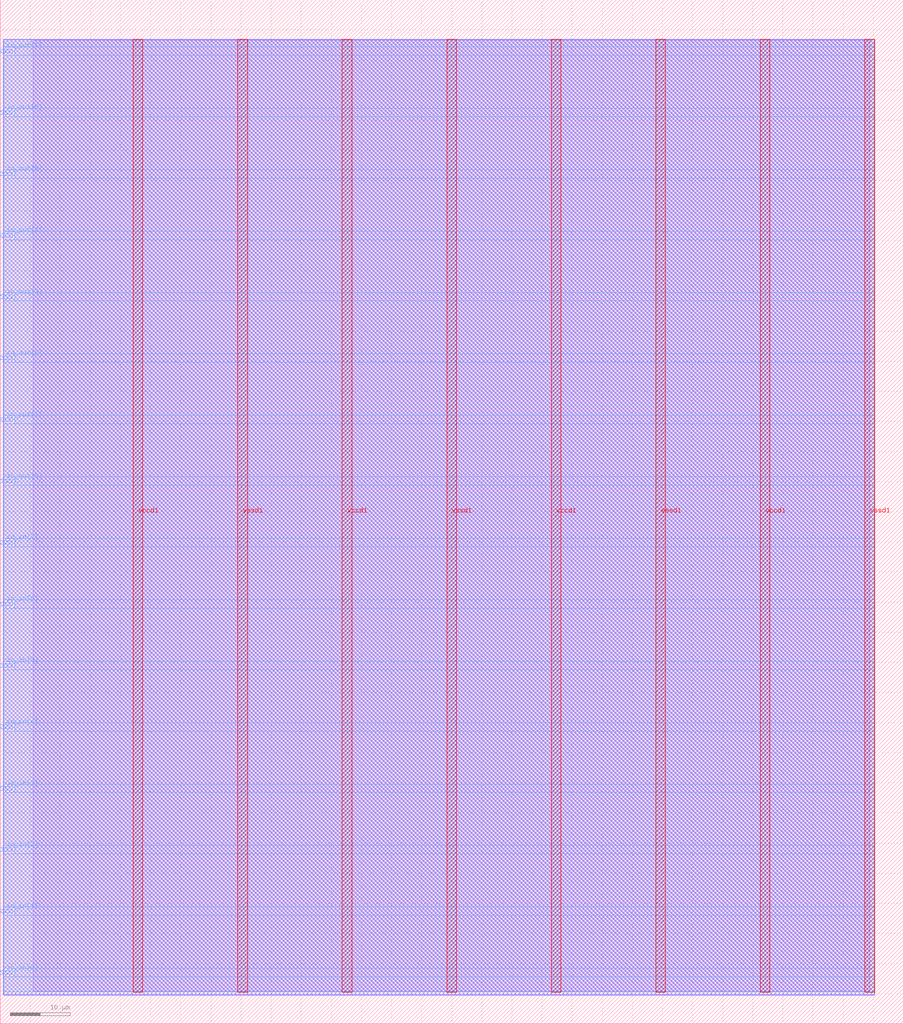
<source format=lef>
VERSION 5.7 ;
  NOWIREEXTENSIONATPIN ON ;
  DIVIDERCHAR "/" ;
  BUSBITCHARS "[]" ;
MACRO github_com_proppy_tt02_xls_counter
  CLASS BLOCK ;
  FOREIGN github_com_proppy_tt02_xls_counter ;
  ORIGIN 0.000 0.000 ;
  SIZE 150.000 BY 170.000 ;
  PIN io_in[0]
    DIRECTION INPUT ;
    USE SIGNAL ;
    PORT
      LAYER met3 ;
        RECT 0.000 8.200 2.000 8.800 ;
    END
  END io_in[0]
  PIN io_in[1]
    DIRECTION INPUT ;
    USE SIGNAL ;
    PORT
      LAYER met3 ;
        RECT 0.000 18.400 2.000 19.000 ;
    END
  END io_in[1]
  PIN io_in[2]
    DIRECTION INPUT ;
    USE SIGNAL ;
    PORT
      LAYER met3 ;
        RECT 0.000 28.600 2.000 29.200 ;
    END
  END io_in[2]
  PIN io_in[3]
    DIRECTION INPUT ;
    USE SIGNAL ;
    PORT
      LAYER met3 ;
        RECT 0.000 38.800 2.000 39.400 ;
    END
  END io_in[3]
  PIN io_in[4]
    DIRECTION INPUT ;
    USE SIGNAL ;
    PORT
      LAYER met3 ;
        RECT 0.000 49.000 2.000 49.600 ;
    END
  END io_in[4]
  PIN io_in[5]
    DIRECTION INPUT ;
    USE SIGNAL ;
    PORT
      LAYER met3 ;
        RECT 0.000 59.200 2.000 59.800 ;
    END
  END io_in[5]
  PIN io_in[6]
    DIRECTION INPUT ;
    USE SIGNAL ;
    PORT
      LAYER met3 ;
        RECT 0.000 69.400 2.000 70.000 ;
    END
  END io_in[6]
  PIN io_in[7]
    DIRECTION INPUT ;
    USE SIGNAL ;
    PORT
      LAYER met3 ;
        RECT 0.000 79.600 2.000 80.200 ;
    END
  END io_in[7]
  PIN io_out[0]
    DIRECTION OUTPUT TRISTATE ;
    USE SIGNAL ;
    PORT
      LAYER met3 ;
        RECT 0.000 89.800 2.000 90.400 ;
    END
  END io_out[0]
  PIN io_out[1]
    DIRECTION OUTPUT TRISTATE ;
    USE SIGNAL ;
    PORT
      LAYER met3 ;
        RECT 0.000 100.000 2.000 100.600 ;
    END
  END io_out[1]
  PIN io_out[2]
    DIRECTION OUTPUT TRISTATE ;
    USE SIGNAL ;
    PORT
      LAYER met3 ;
        RECT 0.000 110.200 2.000 110.800 ;
    END
  END io_out[2]
  PIN io_out[3]
    DIRECTION OUTPUT TRISTATE ;
    USE SIGNAL ;
    PORT
      LAYER met3 ;
        RECT 0.000 120.400 2.000 121.000 ;
    END
  END io_out[3]
  PIN io_out[4]
    DIRECTION OUTPUT TRISTATE ;
    USE SIGNAL ;
    PORT
      LAYER met3 ;
        RECT 0.000 130.600 2.000 131.200 ;
    END
  END io_out[4]
  PIN io_out[5]
    DIRECTION OUTPUT TRISTATE ;
    USE SIGNAL ;
    PORT
      LAYER met3 ;
        RECT 0.000 140.800 2.000 141.400 ;
    END
  END io_out[5]
  PIN io_out[6]
    DIRECTION OUTPUT TRISTATE ;
    USE SIGNAL ;
    PORT
      LAYER met3 ;
        RECT 0.000 151.000 2.000 151.600 ;
    END
  END io_out[6]
  PIN io_out[7]
    DIRECTION OUTPUT TRISTATE ;
    USE SIGNAL ;
    PORT
      LAYER met3 ;
        RECT 0.000 161.200 2.000 161.800 ;
    END
  END io_out[7]
  PIN vccd1
    DIRECTION INOUT ;
    USE POWER ;
    PORT
      LAYER met4 ;
        RECT 22.085 5.200 23.685 163.440 ;
    END
    PORT
      LAYER met4 ;
        RECT 56.815 5.200 58.415 163.440 ;
    END
    PORT
      LAYER met4 ;
        RECT 91.545 5.200 93.145 163.440 ;
    END
    PORT
      LAYER met4 ;
        RECT 126.275 5.200 127.875 163.440 ;
    END
  END vccd1
  PIN vssd1
    DIRECTION INOUT ;
    USE GROUND ;
    PORT
      LAYER met4 ;
        RECT 39.450 5.200 41.050 163.440 ;
    END
    PORT
      LAYER met4 ;
        RECT 74.180 5.200 75.780 163.440 ;
    END
    PORT
      LAYER met4 ;
        RECT 108.910 5.200 110.510 163.440 ;
    END
    PORT
      LAYER met4 ;
        RECT 143.640 5.200 145.240 163.440 ;
    END
  END vssd1
  OBS
      LAYER li1 ;
        RECT 5.520 5.355 144.440 163.285 ;
      LAYER met1 ;
        RECT 0.530 4.800 145.240 163.440 ;
      LAYER met2 ;
        RECT 0.550 4.770 145.210 163.385 ;
      LAYER met3 ;
        RECT 0.525 162.200 145.230 163.365 ;
        RECT 2.400 160.800 145.230 162.200 ;
        RECT 0.525 152.000 145.230 160.800 ;
        RECT 2.400 150.600 145.230 152.000 ;
        RECT 0.525 141.800 145.230 150.600 ;
        RECT 2.400 140.400 145.230 141.800 ;
        RECT 0.525 131.600 145.230 140.400 ;
        RECT 2.400 130.200 145.230 131.600 ;
        RECT 0.525 121.400 145.230 130.200 ;
        RECT 2.400 120.000 145.230 121.400 ;
        RECT 0.525 111.200 145.230 120.000 ;
        RECT 2.400 109.800 145.230 111.200 ;
        RECT 0.525 101.000 145.230 109.800 ;
        RECT 2.400 99.600 145.230 101.000 ;
        RECT 0.525 90.800 145.230 99.600 ;
        RECT 2.400 89.400 145.230 90.800 ;
        RECT 0.525 80.600 145.230 89.400 ;
        RECT 2.400 79.200 145.230 80.600 ;
        RECT 0.525 70.400 145.230 79.200 ;
        RECT 2.400 69.000 145.230 70.400 ;
        RECT 0.525 60.200 145.230 69.000 ;
        RECT 2.400 58.800 145.230 60.200 ;
        RECT 0.525 50.000 145.230 58.800 ;
        RECT 2.400 48.600 145.230 50.000 ;
        RECT 0.525 39.800 145.230 48.600 ;
        RECT 2.400 38.400 145.230 39.800 ;
        RECT 0.525 29.600 145.230 38.400 ;
        RECT 2.400 28.200 145.230 29.600 ;
        RECT 0.525 19.400 145.230 28.200 ;
        RECT 2.400 18.000 145.230 19.400 ;
        RECT 0.525 9.200 145.230 18.000 ;
        RECT 2.400 7.800 145.230 9.200 ;
        RECT 0.525 5.275 145.230 7.800 ;
  END
END github_com_proppy_tt02_xls_counter
END LIBRARY


</source>
